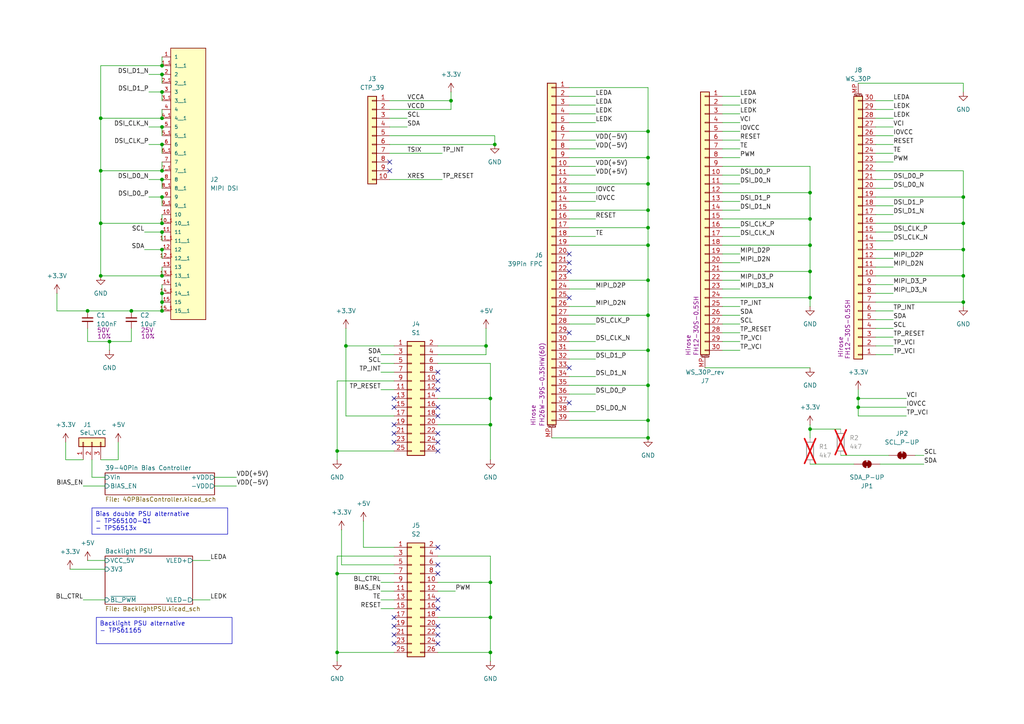
<source format=kicad_sch>
(kicad_sch (version 20250114) (generator "eeschema") (generator_version "9.0")
  (paper "A4")
  (title_block (title "ESP32P4 Adapter Board") (date "2025-09-01") (rev "Proto A") (company "Martin Roger") (comment 1 "https://github.com/martinroger/VXDash"))
  (lib_symbols
    (symbol "Connector_Generic:Conn_01x03" (pin_names (offset 1.016) (hide yes))
      (property "Reference" "J" (at 0 5.08 0))
      (property "Value" "Conn_01x03" (at 0 -5.08 0))
      (symbol "Conn_01x03_1_1"
        (pin passive line (at -5.08 2.54 0) (length 3.81) (name "Pin_1") (number "1"))
        (pin passive line (at -5.08 0 0) (length 3.81) (name "Pin_2") (number "2"))
        (pin passive line (at -5.08 -2.54 0) (length 3.81) (name "Pin_3") (number "3"))
      )
    )
    (symbol "Connector_Generic:Conn_01x10" (pin_names (offset 1.016) (hide yes))
      (property "Reference" "J" (at 0 12.7 0))
      (property "Value" "Conn_01x10" (at 0 -15.24 0))
      (symbol "Conn_01x10_1_1"
        (pin passive line (at -5.08 10.16 0) (length 3.81) (name "Pin_1") (number "1"))
        (pin passive line (at -5.08 7.62 0) (length 3.81) (name "Pin_2") (number "2"))
        (pin passive line (at -5.08 5.08 0) (length 3.81) (name "Pin_3") (number "3"))
        (pin passive line (at -5.08 2.54 0) (length 3.81) (name "Pin_4") (number "4"))
        (pin passive line (at -5.08 0 0) (length 3.81) (name "Pin_5") (number "5"))
        (pin passive line (at -5.08 -2.54 0) (length 3.81) (name "Pin_6") (number "6"))
        (pin passive line (at -5.08 -5.08 0) (length 3.81) (name "Pin_7") (number "7"))
        (pin passive line (at -5.08 -7.62 0) (length 3.81) (name "Pin_8") (number "8"))
        (pin passive line (at -5.08 -10.16 0) (length 3.81) (name "Pin_9") (number "9"))
        (pin passive line (at -5.08 -12.7 0) (length 3.81) (name "Pin_10") (number "10"))
      )
    )
    (symbol "Connector_Generic:Conn_02x13_Odd_Even" (pin_names (offset 1.016) (hide yes))
      (property "Reference" "J" (at 1.27 17.78 0))
      (property "Value" "Conn_02x13_Odd_Even" (at 1.27 -17.78 0))
      (symbol "Conn_02x13_Odd_Even_1_1"
        (pin passive line (at -5.08 15.24 0) (length 3.81) (name "Pin_1") (number "1"))
        (pin passive line (at -5.08 12.7 0) (length 3.81) (name "Pin_3") (number "3"))
        (pin passive line (at -5.08 10.16 0) (length 3.81) (name "Pin_5") (number "5"))
        (pin passive line (at -5.08 7.62 0) (length 3.81) (name "Pin_7") (number "7"))
        (pin passive line (at -5.08 5.08 0) (length 3.81) (name "Pin_9") (number "9"))
        (pin passive line (at -5.08 2.54 0) (length 3.81) (name "Pin_11") (number "11"))
        (pin passive line (at -5.08 0 0) (length 3.81) (name "Pin_13") (number "13"))
        (pin passive line (at -5.08 -2.54 0) (length 3.81) (name "Pin_15") (number "15"))
        (pin passive line (at -5.08 -5.08 0) (length 3.81) (name "Pin_17") (number "17"))
        (pin passive line (at -5.08 -7.62 0) (length 3.81) (name "Pin_19") (number "19"))
        (pin passive line (at -5.08 -10.16 0) (length 3.81) (name "Pin_21") (number "21"))
        (pin passive line (at -5.08 -12.7 0) (length 3.81) (name "Pin_23") (number "23"))
        (pin passive line (at -5.08 -15.24 0) (length 3.81) (name "Pin_25") (number "25"))
        (pin passive line (at 7.62 15.24 180) (length 3.81) (name "Pin_2") (number "2"))
        (pin passive line (at 7.62 12.7 180) (length 3.81) (name "Pin_4") (number "4"))
        (pin passive line (at 7.62 10.16 180) (length 3.81) (name "Pin_6") (number "6"))
        (pin passive line (at 7.62 7.62 180) (length 3.81) (name "Pin_8") (number "8"))
        (pin passive line (at 7.62 5.08 180) (length 3.81) (name "Pin_10") (number "10"))
        (pin passive line (at 7.62 2.54 180) (length 3.81) (name "Pin_12") (number "12"))
        (pin passive line (at 7.62 0 180) (length 3.81) (name "Pin_14") (number "14"))
        (pin passive line (at 7.62 -2.54 180) (length 3.81) (name "Pin_16") (number "16"))
        (pin passive line (at 7.62 -5.08 180) (length 3.81) (name "Pin_18") (number "18"))
        (pin passive line (at 7.62 -7.62 180) (length 3.81) (name "Pin_20") (number "20"))
        (pin passive line (at 7.62 -10.16 180) (length 3.81) (name "Pin_22") (number "22"))
        (pin passive line (at 7.62 -12.7 180) (length 3.81) (name "Pin_24") (number "24"))
        (pin passive line (at 7.62 -15.24 180) (length 3.81) (name "Pin_26") (number "26"))
      )
    )
    (symbol "Connector_Generic_MountingPin:Conn_01x30_MountingPin" (pin_names (offset 1.016) (hide yes))
      (property "Reference" "J" (at 0 38.1 0))
      (property "Value" "Conn_01x30_MountingPin" (at 1.27 -40.64 0))
      (symbol "Conn_01x30_MountingPin_1_1"
        (text "Mounting" (at 0 -39.751 0) (effects (font (size 0.381 0.381))))
        (pin passive line (at -5.08 35.56 0) (length 3.81) (name "Pin_1") (number "1"))
        (pin passive line (at -5.08 33.02 0) (length 3.81) (name "Pin_2") (number "2"))
        (pin passive line (at -5.08 30.48 0) (length 3.81) (name "Pin_3") (number "3"))
        (pin passive line (at -5.08 27.94 0) (length 3.81) (name "Pin_4") (number "4"))
        (pin passive line (at -5.08 25.4 0) (length 3.81) (name "Pin_5") (number "5"))
        (pin passive line (at -5.08 22.86 0) (length 3.81) (name "Pin_6") (number "6"))
        (pin passive line (at -5.08 20.32 0) (length 3.81) (name "Pin_7") (number "7"))
        (pin passive line (at -5.08 17.78 0) (length 3.81) (name "Pin_8") (number "8"))
        (pin passive line (at -5.08 15.24 0) (length 3.81) (name "Pin_9") (number "9"))
        (pin passive line (at -5.08 12.7 0) (length 3.81) (name "Pin_10") (number "10"))
        (pin passive line (at -5.08 10.16 0) (length 3.81) (name "Pin_11") (number "11"))
        (pin passive line (at -5.08 7.62 0) (length 3.81) (name "Pin_12") (number "12"))
        (pin passive line (at -5.08 5.08 0) (length 3.81) (name "Pin_13") (number "13"))
        (pin passive line (at -5.08 2.54 0) (length 3.81) (name "Pin_14") (number "14"))
        (pin passive line (at -5.08 0 0) (length 3.81) (name "Pin_15") (number "15"))
        (pin passive line (at -5.08 -2.54 0) (length 3.81) (name "Pin_16") (number "16"))
        (pin passive line (at -5.08 -5.08 0) (length 3.81) (name "Pin_17") (number "17"))
        (pin passive line (at -5.08 -7.62 0) (length 3.81) (name "Pin_18") (number "18"))
        (pin passive line (at -5.08 -10.16 0) (length 3.81) (name "Pin_19") (number "19"))
        (pin passive line (at -5.08 -12.7 0) (length 3.81) (name "Pin_20") (number "20"))
        (pin passive line (at -5.08 -15.24 0) (length 3.81) (name "Pin_21") (number "21"))
        (pin passive line (at -5.08 -17.78 0) (length 3.81) (name "Pin_22") (number "22"))
        (pin passive line (at -5.08 -20.32 0) (length 3.81) (name "Pin_23") (number "23"))
        (pin passive line (at -5.08 -22.86 0) (length 3.81) (name "Pin_24") (number "24"))
        (pin passive line (at -5.08 -25.4 0) (length 3.81) (name "Pin_25") (number "25"))
        (pin passive line (at -5.08 -27.94 0) (length 3.81) (name "Pin_26") (number "26"))
        (pin passive line (at -5.08 -30.48 0) (length 3.81) (name "Pin_27") (number "27"))
        (pin passive line (at -5.08 -33.02 0) (length 3.81) (name "Pin_28") (number "28"))
        (pin passive line (at -5.08 -35.56 0) (length 3.81) (name "Pin_29") (number "29"))
        (pin passive line (at -5.08 -38.1 0) (length 3.81) (name "Pin_30") (number "30"))
        (pin passive line (at 0 -43.18 90) (length 3.048) (name "MountPin") (number "MP"))
      )
    )
    (symbol "Connector_Generic_MountingPin:Conn_01x39_MountingPin" (pin_names (offset 1.016) (hide yes))
      (property "Reference" "J" (at 0 50.8 0))
      (property "Value" "Conn_01x39_MountingPin" (at 1.27 -50.8 0))
      (symbol "Conn_01x39_MountingPin_1_1"
        (text "Mounting" (at 0 -49.911 0) (effects (font (size 0.381 0.381))))
        (pin passive line (at -5.08 48.26 0) (length 3.81) (name "Pin_1") (number "1"))
        (pin passive line (at -5.08 45.72 0) (length 3.81) (name "Pin_2") (number "2"))
        (pin passive line (at -5.08 43.18 0) (length 3.81) (name "Pin_3") (number "3"))
        (pin passive line (at -5.08 40.64 0) (length 3.81) (name "Pin_4") (number "4"))
        (pin passive line (at -5.08 38.1 0) (length 3.81) (name "Pin_5") (number "5"))
        (pin passive line (at -5.08 35.56 0) (length 3.81) (name "Pin_6") (number "6"))
        (pin passive line (at -5.08 33.02 0) (length 3.81) (name "Pin_7") (number "7"))
        (pin passive line (at -5.08 30.48 0) (length 3.81) (name "Pin_8") (number "8"))
        (pin passive line (at -5.08 27.94 0) (length 3.81) (name "Pin_9") (number "9"))
        (pin passive line (at -5.08 25.4 0) (length 3.81) (name "Pin_10") (number "10"))
        (pin passive line (at -5.08 22.86 0) (length 3.81) (name "Pin_11") (number "11"))
        (pin passive line (at -5.08 20.32 0) (length 3.81) (name "Pin_12") (number "12"))
        (pin passive line (at -5.08 17.78 0) (length 3.81) (name "Pin_13") (number "13"))
        (pin passive line (at -5.08 15.24 0) (length 3.81) (name "Pin_14") (number "14"))
        (pin passive line (at -5.08 12.7 0) (length 3.81) (name "Pin_15") (number "15"))
        (pin passive line (at -5.08 10.16 0) (length 3.81) (name "Pin_16") (number "16"))
        (pin passive line (at -5.08 7.62 0) (length 3.81) (name "Pin_17") (number "17"))
        (pin passive line (at -5.08 5.08 0) (length 3.81) (name "Pin_18") (number "18"))
        (pin passive line (at -5.08 2.54 0) (length 3.81) (name "Pin_19") (number "19"))
        (pin passive line (at -5.08 0 0) (length 3.81) (name "Pin_20") (number "20"))
        (pin passive line (at -5.08 -2.54 0) (length 3.81) (name "Pin_21") (number "21"))
        (pin passive line (at -5.08 -5.08 0) (length 3.81) (name "Pin_22") (number "22"))
        (pin passive line (at -5.08 -7.62 0) (length 3.81) (name "Pin_23") (number "23"))
        (pin passive line (at -5.08 -10.16 0) (length 3.81) (name "Pin_24") (number "24"))
        (pin passive line (at -5.08 -12.7 0) (length 3.81) (name "Pin_25") (number "25"))
        (pin passive line (at -5.08 -15.24 0) (length 3.81) (name "Pin_26") (number "26"))
        (pin passive line (at -5.08 -17.78 0) (length 3.81) (name "Pin_27") (number "27"))
        (pin passive line (at -5.08 -20.32 0) (length 3.81) (name "Pin_28") (number "28"))
        (pin passive line (at -5.08 -22.86 0) (length 3.81) (name "Pin_29") (number "29"))
        (pin passive line (at -5.08 -25.4 0) (length 3.81) (name "Pin_30") (number "30"))
        (pin passive line (at -5.08 -27.94 0) (length 3.81) (name "Pin_31") (number "31"))
        (pin passive line (at -5.08 -30.48 0) (length 3.81) (name "Pin_32") (number "32"))
        (pin passive line (at -5.08 -33.02 0) (length 3.81) (name "Pin_33") (number "33"))
        (pin passive line (at -5.08 -35.56 0) (length 3.81) (name "Pin_34") (number "34"))
        (pin passive line (at -5.08 -38.1 0) (length 3.81) (name "Pin_35") (number "35"))
        (pin passive line (at -5.08 -40.64 0) (length 3.81) (name "Pin_36") (number "36"))
        (pin passive line (at -5.08 -43.18 0) (length 3.81) (name "Pin_37") (number "37"))
        (pin passive line (at -5.08 -45.72 0) (length 3.81) (name "Pin_38") (number "38"))
        (pin passive line (at -5.08 -48.26 0) (length 3.81) (name "Pin_39") (number "39"))
        (pin passive line (at 0 -53.34 90) (length 3.048) (name "MountPin") (number "MP"))
      )
    )
    (symbol "Device:C_Small" (pin_numbers (hide yes)) (pin_names (offset 0.254) (hide yes))
      (property "Reference" "C" (at 0.254 1.778 0))
      (property "Value" "C_Small" (at 0.254 -2.032 0))
      (symbol "C_Small_1_1"
        (pin passive line (at 0 2.54 270) (length 2.032) (name "~") (number "1"))
        (pin passive line (at 0 -2.54 90) (length 2.032) (name "~") (number "2"))
      )
    )
    (symbol "Jumper:SolderJumper_2_Bridged" (pin_numbers (hide yes)) (pin_names (offset 0) (hide yes)) (exclude_from_sim yes) (in_bom no)
      (property "Reference" "JP" (at 0 2.032 0))
      (property "Value" "SolderJumper_2_Bridged" (at 0 -2.54 0))
      (symbol "SolderJumper_2_Bridged_1_1"
        (pin passive line (at -3.81 0 0) (length 2.54) (name "A") (number "1"))
        (pin passive line (at 3.81 0 180) (length 2.54) (name "B") (number "2"))
      )
    )
    (symbol "VXDash_connectors:1-1734248-5" (pin_names (offset 1.016))
      (property "Reference" "J" (at -5.08 20.955 0))
      (property "Value" "1-1734248-5" (at -5.08 -60.96 0))
      (symbol "1-1734248-5_0_0"
        (pin passive line (at -7.62 17.78 0) (length 2.54) (name "1") (number "1"))
        (pin passive line (at -7.62 15.24 0) (length 2.54) (name "1__1") (number "1_1"))
        (pin passive line (at -7.62 12.7 0) (length 2.54) (name "2") (number "2"))
        (pin passive line (at -7.62 10.16 0) (length 2.54) (name "2__1") (number "2_1"))
        (pin passive line (at -7.62 7.62 0) (length 2.54) (name "3") (number "3"))
        (pin passive line (at -7.62 5.08 0) (length 2.54) (name "3__1") (number "3_1"))
        (pin passive line (at -7.62 2.54 0) (length 2.54) (name "4") (number "4"))
        (pin passive line (at -7.62 0 0) (length 2.54) (name "4__1") (number "4_1"))
        (pin passive line (at -7.62 -2.54 0) (length 2.54) (name "5") (number "5"))
        (pin passive line (at -7.62 -5.08 0) (length 2.54) (name "5__1") (number "5_1"))
        (pin passive line (at -7.62 -7.62 0) (length 2.54) (name "6") (number "6"))
        (pin passive line (at -7.62 -10.16 0) (length 2.54) (name "6__1") (number "6_1"))
        (pin passive line (at -7.62 -12.7 0) (length 2.54) (name "7") (number "7"))
        (pin passive line (at -7.62 -15.24 0) (length 2.54) (name "7__1") (number "7_1"))
        (pin passive line (at -7.62 -17.78 0) (length 2.54) (name "8") (number "8"))
        (pin passive line (at -7.62 -20.32 0) (length 2.54) (name "8__1") (number "8_1"))
        (pin passive line (at -7.62 -22.86 0) (length 2.54) (name "9") (number "9"))
        (pin passive line (at -7.62 -25.4 0) (length 2.54) (name "9__1") (number "9_1"))
        (pin passive line (at -7.62 -27.94 0) (length 2.54) (name "10") (number "10"))
        (pin passive line (at -7.62 -30.48 0) (length 2.54) (name "10__1") (number "10_1"))
        (pin passive line (at -7.62 -33.02 0) (length 2.54) (name "11") (number "11"))
        (pin passive line (at -7.62 -35.56 0) (length 2.54) (name "11__1") (number "11_1"))
        (pin passive line (at -7.62 -38.1 0) (length 2.54) (name "12") (number "12"))
        (pin passive line (at -7.62 -40.64 0) (length 2.54) (name "12__1") (number "12_1"))
        (pin passive line (at -7.62 -43.18 0) (length 2.54) (name "13") (number "13"))
        (pin passive line (at -7.62 -45.72 0) (length 2.54) (name "13__1") (number "13_1"))
        (pin passive line (at -7.62 -48.26 0) (length 2.54) (name "14") (number "14"))
        (pin passive line (at -7.62 -50.8 0) (length 2.54) (name "14__1") (number "14_1"))
        (pin passive line (at -7.62 -53.34 0) (length 2.54) (name "15") (number "15"))
        (pin passive line (at -7.62 -55.88 0) (length 2.54) (name "15__1") (number "15_1"))
      )
    )
    (symbol "VXDash_passives:Res" (pin_numbers (hide yes)) (pin_names (offset 0))
      (property "Reference" "R" (at 1.27 1.27 0))
      (property "Value" "Res" (at 1.27 -1.27 0))
      (symbol "Res_1_1"
        (pin passive line (at 0 3.81 270) (length 1.27) (name "~") (number "1"))
        (pin passive line (at 0 -3.81 90) (length 1.27) (name "~") (number "2"))
      )
    )
    (symbol "power:+3.3V" (power) (pin_numbers (hide yes)) (pin_names (offset 0) (hide yes))
      (property "Value" "+3.3V" (at 0 3.556 0))
      (symbol "+3.3V_1_1"
        (pin power_in line (at 0 0 90) (length 0) (name "~") (number "1"))
      )
    )
    (symbol "power:+5V" (power) (pin_numbers (hide yes)) (pin_names (offset 0) (hide yes))
      (property "Value" "+5V" (at 0 3.556 0))
      (symbol "+5V_1_1"
        (pin power_in line (at 0 0 90) (length 0) (name "~") (number "1"))
      )
    )
    (symbol "power:GND" (power) (pin_numbers (hide yes)) (pin_names (offset 0) (hide yes))
      (property "Value" "GND" (at 0 -3.81 0))
      (symbol "GND_1_1"
        (pin power_in line (at 0 0 270) (length 0) (name "~") (number "1"))
      )
    )
  )
  (text_box "Bias double PSU alternative\n- TPS65100-Q1\n- TPS6513x" (at 26.67 147.32 0) (size 39.37 7.62) (margins 0.9525 0.9525 0.9525 0.9525) (effects (font (size 1.27 1.27)) (justify left top)))
  (text_box "Backlight PSU alternative\n- TPS61165" (at 27.94 179.07 0) (size 39.37 7.62) (margins 0.9525 0.9525 0.9525 0.9525) (effects (font (size 1.27 1.27)) (justify left top)))
  (junction (at 142.24 179.07))
  (junction (at 142.24 168.91))
  (junction (at 234.95 86.36))
  (junction (at 25.4 90.17))
  (junction (at 100.33 100.33))
  (junction (at 234.95 63.5))
  (junction (at 46.99 57.15))
  (junction (at 187.96 60.96))
  (junction (at 46.99 21.59))
  (junction (at 187.96 53.34))
  (junction (at 234.95 78.74))
  (junction (at 46.99 49.53))
  (junction (at 142.24 123.19))
  (junction (at 142.24 189.23))
  (junction (at 279.4 57.15))
  (junction (at 29.21 34.29))
  (junction (at 29.21 64.77))
  (junction (at 46.99 26.67))
  (junction (at 46.99 41.91))
  (junction (at 234.95 55.88))
  (junction (at 279.4 87.63))
  (junction (at 279.4 64.77))
  (junction (at 187.96 71.12))
  (junction (at 97.79 189.23))
  (junction (at 187.96 101.6))
  (junction (at 187.96 127))
  (junction (at 46.99 34.29))
  (junction (at 29.21 80.01))
  (junction (at 279.4 72.39))
  (junction (at 248.92 115.57))
  (junction (at 38.1 90.17))
  (junction (at 187.96 81.28))
  (junction (at 46.99 36.83))
  (junction (at 248.92 118.11))
  (junction (at 279.4 80.01))
  (junction (at 142.24 115.57))
  (junction (at 31.75 99.06))
  (junction (at 46.99 87.63))
  (junction (at 97.79 130.81))
  (junction (at 46.99 52.07))
  (junction (at 140.97 100.33))
  (junction (at 46.99 72.39))
  (junction (at 234.95 124.46))
  (junction (at 46.99 80.01))
  (junction (at 234.95 71.12))
  (junction (at 97.79 166.37))
  (junction (at 46.99 67.31))
  (junction (at 46.99 90.17))
  (junction (at 187.96 45.72))
  (junction (at 143.51 41.91))
  (junction (at 187.96 91.44))
  (junction (at 130.81 29.21))
  (junction (at 46.99 64.77))
  (junction (at 187.96 121.92))
  (junction (at 29.21 49.53))
  (junction (at 187.96 111.76))
  (junction (at 46.99 85.09))
  (junction (at 46.99 19.05))
  (junction (at 187.96 38.1))
  (junction (at 187.96 66.04))
  (no_connect (at 113.03 49.53))
  (no_connect (at 165.1 106.68))
  (no_connect (at 127 118.11))
  (no_connect (at 127 113.03))
  (no_connect (at 165.1 78.74))
  (no_connect (at 127 158.75))
  (no_connect (at 127 163.83))
  (no_connect (at 127 125.73))
  (no_connect (at 127 176.53))
  (no_connect (at 165.1 73.66))
  (no_connect (at 114.3 128.27))
  (no_connect (at 114.3 118.11))
  (no_connect (at 127 186.69))
  (no_connect (at 165.1 116.84))
  (no_connect (at 114.3 186.69))
  (no_connect (at 127 107.95))
  (no_connect (at 127 130.81))
  (no_connect (at 165.1 96.52))
  (no_connect (at 127 128.27))
  (no_connect (at 114.3 125.73))
  (no_connect (at 127 120.65))
  (no_connect (at 114.3 184.15))
  (no_connect (at 127 184.15))
  (no_connect (at 114.3 179.07))
  (no_connect (at 165.1 86.36))
  (no_connect (at 165.1 76.2))
  (no_connect (at 114.3 123.19))
  (no_connect (at 113.03 46.99))
  (no_connect (at 127 110.49))
  (no_connect (at 114.3 181.61))
  (no_connect (at 114.3 115.57))
  (no_connect (at 127 166.37))
  (no_connect (at 127 173.99))
  (no_connect (at 127 181.61))
  (wire (pts (xy 43.18 57.15) (xy 46.99 57.15)))
  (wire (pts (xy 26.67 133.35) (xy 26.67 138.43)))
  (wire (pts (xy 142.24 115.57) (xy 142.24 123.19)))
  (wire (pts (xy 140.97 100.33) (xy 140.97 102.87)))
  (wire (pts (xy 187.96 71.12) (xy 187.96 81.28)))
  (wire (pts (xy 234.95 124.46) (xy 243.84 124.46)))
  (wire (pts (xy 209.55 86.36) (xy 234.95 86.36)))
  (wire (pts (xy 43.18 36.83) (xy 46.99 36.83)))
  (wire (pts (xy 142.24 168.91) (xy 142.24 179.07)))
  (wire (pts (xy 165.1 81.28) (xy 187.96 81.28)))
  (wire (pts (xy 97.79 161.29) (xy 97.79 166.37)))
  (wire (pts (xy 248.92 120.65) (xy 248.92 118.11)))
  (wire (pts (xy 254 74.93) (xy 259.08 74.93)))
  (wire (pts (xy 262.89 120.65) (xy 248.92 120.65)))
  (wire (pts (xy 62.23 140.97) (xy 68.58 140.97)))
  (wire (pts (xy 100.33 100.33) (xy 114.3 100.33)))
  (wire (pts (xy 254 87.63) (xy 279.4 87.63)))
  (wire (pts (xy 165.1 35.56) (xy 172.72 35.56)))
  (wire (pts (xy 114.3 120.65) (xy 100.33 120.65)))
  (wire (pts (xy 209.55 91.44) (xy 214.63 91.44)))
  (wire (pts (xy 254 80.01) (xy 279.4 80.01)))
  (wire (pts (xy 165.1 104.14) (xy 172.72 104.14)))
  (wire (pts (xy 187.96 66.04) (xy 187.96 71.12)))
  (wire (pts (xy 130.81 26.67) (xy 130.81 29.21)))
  (wire (pts (xy 279.4 80.01) (xy 279.4 87.63)))
  (wire (pts (xy 248.92 115.57) (xy 262.89 115.57)))
  (wire (pts (xy 127 179.07) (xy 142.24 179.07)))
  (wire (pts (xy 209.55 78.74) (xy 234.95 78.74)))
  (wire (pts (xy 110.49 107.95) (xy 114.3 107.95)))
  (wire (pts (xy 209.55 60.96) (xy 214.63 60.96)))
  (wire (pts (xy 209.55 71.12) (xy 234.95 71.12)))
  (wire (pts (xy 254 41.91) (xy 259.08 41.91)))
  (wire (pts (xy 209.55 55.88) (xy 234.95 55.88)))
  (wire (pts (xy 46.99 19.05) (xy 29.21 19.05)))
  (wire (pts (xy 113.03 52.07) (xy 128.27 52.07)))
  (wire (pts (xy 46.99 57.15) (xy 46.99 59.69)))
  (wire (pts (xy 187.96 111.76) (xy 187.96 121.92)))
  (wire (pts (xy 209.55 93.98) (xy 214.63 93.98)))
  (wire (pts (xy 43.18 41.91) (xy 46.99 41.91)))
  (wire (pts (xy 46.99 77.47) (xy 46.99 80.01)))
  (wire (pts (xy 25.4 90.17) (xy 38.1 90.17)))
  (wire (pts (xy 209.55 63.5) (xy 234.95 63.5)))
  (wire (pts (xy 248.92 113.03) (xy 248.92 115.57)))
  (wire (pts (xy 16.51 85.09) (xy 16.51 90.17)))
  (wire (pts (xy 165.1 55.88) (xy 172.72 55.88)))
  (wire (pts (xy 127 123.19) (xy 142.24 123.19)))
  (wire (pts (xy 29.21 133.35) (xy 34.29 133.35)))
  (wire (pts (xy 127 168.91) (xy 142.24 168.91)))
  (wire (pts (xy 165.1 40.64) (xy 172.72 40.64)))
  (wire (pts (xy 142.24 189.23) (xy 142.24 191.77)))
  (wire (pts (xy 279.4 64.77) (xy 279.4 72.39)))
  (wire (pts (xy 209.55 30.48) (xy 214.63 30.48)))
  (wire (pts (xy 234.95 123.19) (xy 234.95 124.46)))
  (wire (pts (xy 43.18 21.59) (xy 46.99 21.59)))
  (wire (pts (xy 234.95 55.88) (xy 234.95 63.5)))
  (wire (pts (xy 254 46.99) (xy 259.08 46.99)))
  (wire (pts (xy 46.99 16.51) (xy 46.99 19.05)))
  (wire (pts (xy 31.75 99.06) (xy 38.1 99.06)))
  (wire (pts (xy 24.13 140.97) (xy 30.48 140.97)))
  (wire (pts (xy 114.3 158.75) (xy 105.41 158.75)))
  (wire (pts (xy 41.91 72.39) (xy 46.99 72.39)))
  (wire (pts (xy 209.55 35.56) (xy 214.63 35.56)))
  (wire (pts (xy 19.05 133.35) (xy 24.13 133.35)))
  (wire (pts (xy 234.95 48.26) (xy 234.95 55.88)))
  (wire (pts (xy 234.95 134.62) (xy 247.65 134.62)))
  (wire (pts (xy 187.96 60.96) (xy 187.96 66.04)))
  (wire (pts (xy 165.1 68.58) (xy 172.72 68.58)))
  (wire (pts (xy 142.24 179.07) (xy 142.24 189.23)))
  (wire (pts (xy 165.1 25.4) (xy 187.96 25.4)))
  (wire (pts (xy 209.55 76.2) (xy 214.63 76.2)))
  (wire (pts (xy 114.3 189.23) (xy 97.79 189.23)))
  (wire (pts (xy 110.49 173.99) (xy 114.3 173.99)))
  (wire (pts (xy 46.99 46.99) (xy 46.99 49.53)))
  (wire (pts (xy 209.55 53.34) (xy 214.63 53.34)))
  (wire (pts (xy 100.33 120.65) (xy 100.33 100.33)))
  (wire (pts (xy 165.1 109.22) (xy 172.72 109.22)))
  (wire (pts (xy 279.4 49.53) (xy 279.4 57.15)))
  (wire (pts (xy 46.99 52.07) (xy 46.99 54.61)))
  (wire (pts (xy 29.21 34.29) (xy 29.21 49.53)))
  (wire (pts (xy 43.18 26.67) (xy 46.99 26.67)))
  (wire (pts (xy 209.55 27.94) (xy 214.63 27.94)))
  (wire (pts (xy 209.55 58.42) (xy 214.63 58.42)))
  (wire (pts (xy 209.55 81.28) (xy 214.63 81.28)))
  (wire (pts (xy 165.1 58.42) (xy 172.72 58.42)))
  (wire (pts (xy 254 97.79) (xy 259.08 97.79)))
  (wire (pts (xy 254 85.09) (xy 259.08 85.09)))
  (wire (pts (xy 55.88 173.99) (xy 60.96 173.99)))
  (wire (pts (xy 165.1 88.9) (xy 172.72 88.9)))
  (wire (pts (xy 46.99 62.23) (xy 46.99 64.77)))
  (wire (pts (xy 165.1 83.82) (xy 172.72 83.82)))
  (wire (pts (xy 127 105.41) (xy 142.24 105.41)))
  (wire (pts (xy 234.95 71.12) (xy 234.95 78.74)))
  (wire (pts (xy 110.49 168.91) (xy 114.3 168.91)))
  (wire (pts (xy 113.03 36.83) (xy 118.11 36.83)))
  (wire (pts (xy 209.55 45.72) (xy 214.63 45.72)))
  (wire (pts (xy 209.55 88.9) (xy 214.63 88.9)))
  (wire (pts (xy 254 77.47) (xy 259.08 77.47)))
  (wire (pts (xy 209.55 101.6) (xy 214.63 101.6)))
  (wire (pts (xy 140.97 102.87) (xy 127 102.87)))
  (wire (pts (xy 254 31.75) (xy 259.08 31.75)))
  (wire (pts (xy 165.1 121.92) (xy 187.96 121.92)))
  (wire (pts (xy 254 57.15) (xy 279.4 57.15)))
  (wire (pts (xy 165.1 60.96) (xy 187.96 60.96)))
  (wire (pts (xy 113.03 39.37) (xy 143.51 39.37)))
  (wire (pts (xy 26.67 138.43) (xy 30.48 138.43)))
  (wire (pts (xy 187.96 121.92) (xy 187.96 127)))
  (wire (pts (xy 25.4 95.25) (xy 25.4 99.06)))
  (wire (pts (xy 99.06 163.83) (xy 114.3 163.83)))
  (wire (pts (xy 140.97 95.25) (xy 140.97 100.33)))
  (wire (pts (xy 209.55 43.18) (xy 214.63 43.18)))
  (wire (pts (xy 254 72.39) (xy 279.4 72.39)))
  (wire (pts (xy 97.79 110.49) (xy 97.79 130.81)))
  (wire (pts (xy 29.21 19.05) (xy 29.21 34.29)))
  (wire (pts (xy 265.43 132.08) (xy 267.97 132.08)))
  (wire (pts (xy 254 44.45) (xy 259.08 44.45)))
  (wire (pts (xy 97.79 189.23) (xy 97.79 191.77)))
  (wire (pts (xy 113.03 34.29) (xy 118.11 34.29)))
  (wire (pts (xy 165.1 53.34) (xy 187.96 53.34)))
  (wire (pts (xy 165.1 38.1) (xy 187.96 38.1)))
  (wire (pts (xy 254 67.31) (xy 259.08 67.31)))
  (wire (pts (xy 43.18 52.07) (xy 46.99 52.07)))
  (wire (pts (xy 254 82.55) (xy 259.08 82.55)))
  (wire (pts (xy 165.1 33.02) (xy 172.72 33.02)))
  (wire (pts (xy 46.99 85.09) (xy 46.99 87.63)))
  (wire (pts (xy 254 36.83) (xy 259.08 36.83)))
  (wire (pts (xy 113.03 29.21) (xy 130.81 29.21)))
  (wire (pts (xy 114.3 166.37) (xy 97.79 166.37)))
  (wire (pts (xy 165.1 66.04) (xy 187.96 66.04)))
  (wire (pts (xy 46.99 87.63) (xy 46.99 90.17)))
  (wire (pts (xy 187.96 81.28) (xy 187.96 91.44)))
  (wire (pts (xy 209.55 99.06) (xy 214.63 99.06)))
  (wire (pts (xy 254 100.33) (xy 259.08 100.33)))
  (wire (pts (xy 279.4 87.63) (xy 279.4 88.9)))
  (wire (pts (xy 29.21 49.53) (xy 29.21 64.77)))
  (wire (pts (xy 46.99 21.59) (xy 46.99 24.13)))
  (wire (pts (xy 165.1 45.72) (xy 187.96 45.72)))
  (wire (pts (xy 31.75 99.06) (xy 31.75 101.6)))
  (wire (pts (xy 113.03 31.75) (xy 130.81 31.75)))
  (wire (pts (xy 46.99 82.55) (xy 46.99 85.09)))
  (wire (pts (xy 114.3 130.81) (xy 97.79 130.81)))
  (wire (pts (xy 187.96 101.6) (xy 187.96 111.76)))
  (wire (pts (xy 187.96 45.72) (xy 187.96 53.34)))
  (wire (pts (xy 187.96 25.4) (xy 187.96 38.1)))
  (wire (pts (xy 165.1 27.94) (xy 172.72 27.94)))
  (wire (pts (xy 114.3 161.29) (xy 97.79 161.29)))
  (wire (pts (xy 46.99 31.75) (xy 46.99 34.29)))
  (wire (pts (xy 19.05 128.27) (xy 19.05 133.35)))
  (wire (pts (xy 113.03 44.45) (xy 128.27 44.45)))
  (wire (pts (xy 34.29 133.35) (xy 34.29 128.27)))
  (wire (pts (xy 248.92 24.13) (xy 279.4 24.13)))
  (wire (pts (xy 209.55 50.8) (xy 214.63 50.8)))
  (wire (pts (xy 97.79 166.37) (xy 97.79 189.23)))
  (wire (pts (xy 29.21 49.53) (xy 46.99 49.53)))
  (wire (pts (xy 234.95 86.36) (xy 234.95 88.9)))
  (wire (pts (xy 234.95 78.74) (xy 234.95 86.36)))
  (wire (pts (xy 165.1 30.48) (xy 172.72 30.48)))
  (wire (pts (xy 110.49 113.03) (xy 114.3 113.03)))
  (wire (pts (xy 279.4 24.13) (xy 279.4 26.67)))
  (wire (pts (xy 46.99 36.83) (xy 46.99 39.37)))
  (wire (pts (xy 143.51 39.37) (xy 143.51 41.91)))
  (wire (pts (xy 142.24 161.29) (xy 142.24 168.91)))
  (wire (pts (xy 209.55 33.02) (xy 214.63 33.02)))
  (wire (pts (xy 234.95 124.46) (xy 234.95 127)))
  (wire (pts (xy 254 34.29) (xy 259.08 34.29)))
  (wire (pts (xy 254 54.61) (xy 259.08 54.61)))
  (wire (pts (xy 127 171.45) (xy 132.08 171.45)))
  (wire (pts (xy 97.79 130.81) (xy 97.79 133.35)))
  (wire (pts (xy 165.1 114.3) (xy 172.72 114.3)))
  (wire (pts (xy 279.4 72.39) (xy 279.4 80.01)))
  (wire (pts (xy 187.96 38.1) (xy 187.96 45.72)))
  (wire (pts (xy 254 69.85) (xy 259.08 69.85)))
  (wire (pts (xy 46.99 72.39) (xy 46.99 74.93)))
  (wire (pts (xy 99.06 163.83) (xy 99.06 153.67)))
  (wire (pts (xy 254 62.23) (xy 259.08 62.23)))
  (wire (pts (xy 46.99 67.31) (xy 46.99 69.85)))
  (wire (pts (xy 114.3 110.49) (xy 97.79 110.49)))
  (wire (pts (xy 279.4 57.15) (xy 279.4 64.77)))
  (wire (pts (xy 127 100.33) (xy 140.97 100.33)))
  (wire (pts (xy 127 115.57) (xy 142.24 115.57)))
  (wire (pts (xy 254 92.71) (xy 259.08 92.71)))
  (wire (pts (xy 187.96 91.44) (xy 187.96 101.6)))
  (wire (pts (xy 165.1 50.8) (xy 172.72 50.8)))
  (wire (pts (xy 165.1 111.76) (xy 187.96 111.76)))
  (wire (pts (xy 209.55 73.66) (xy 214.63 73.66)))
  (wire (pts (xy 127 189.23) (xy 142.24 189.23)))
  (wire (pts (xy 38.1 95.25) (xy 38.1 99.06)))
  (wire (pts (xy 25.4 99.06) (xy 31.75 99.06)))
  (wire (pts (xy 25.4 162.56) (xy 30.48 162.56)))
  (wire (pts (xy 254 64.77) (xy 279.4 64.77)))
  (wire (pts (xy 105.41 158.75) (xy 105.41 151.13)))
  (wire (pts (xy 165.1 48.26) (xy 172.72 48.26)))
  (wire (pts (xy 165.1 101.6) (xy 187.96 101.6)))
  (wire (pts (xy 46.99 26.67) (xy 46.99 29.21)))
  (wire (pts (xy 55.88 162.56) (xy 60.96 162.56)))
  (wire (pts (xy 160.02 127) (xy 187.96 127)))
  (wire (pts (xy 29.21 64.77) (xy 29.21 80.01)))
  (wire (pts (xy 209.55 96.52) (xy 214.63 96.52)))
  (wire (pts (xy 254 59.69) (xy 259.08 59.69)))
  (wire (pts (xy 24.13 173.99) (xy 30.48 173.99)))
  (wire (pts (xy 209.55 66.04) (xy 214.63 66.04)))
  (wire (pts (xy 110.49 105.41) (xy 114.3 105.41)))
  (wire (pts (xy 254 39.37) (xy 259.08 39.37)))
  (wire (pts (xy 100.33 95.25) (xy 100.33 100.33)))
  (wire (pts (xy 209.55 48.26) (xy 234.95 48.26)))
  (wire (pts (xy 29.21 80.01) (xy 46.99 80.01)))
  (wire (pts (xy 209.55 40.64) (xy 214.63 40.64)))
  (wire (pts (xy 130.81 31.75) (xy 130.81 29.21)))
  (wire (pts (xy 254 102.87) (xy 259.08 102.87)))
  (wire (pts (xy 142.24 123.19) (xy 142.24 133.35)))
  (wire (pts (xy 165.1 91.44) (xy 187.96 91.44)))
  (wire (pts (xy 165.1 93.98) (xy 172.72 93.98)))
  (wire (pts (xy 243.84 132.08) (xy 257.81 132.08)))
  (wire (pts (xy 255.27 134.62) (xy 267.97 134.62)))
  (wire (pts (xy 165.1 43.18) (xy 172.72 43.18)))
  (wire (pts (xy 234.95 63.5) (xy 234.95 71.12)))
  (wire (pts (xy 46.99 41.91) (xy 46.99 44.45)))
  (wire (pts (xy 41.91 67.31) (xy 46.99 67.31)))
  (wire (pts (xy 16.51 90.17) (xy 25.4 90.17)))
  (wire (pts (xy 165.1 71.12) (xy 187.96 71.12)))
  (wire (pts (xy 165.1 99.06) (xy 172.72 99.06)))
  (wire (pts (xy 254 29.21) (xy 259.08 29.21)))
  (wire (pts (xy 254 90.17) (xy 259.08 90.17)))
  (wire (pts (xy 165.1 63.5) (xy 172.72 63.5)))
  (wire (pts (xy 110.49 102.87) (xy 114.3 102.87)))
  (wire (pts (xy 254 95.25) (xy 259.08 95.25)))
  (wire (pts (xy 262.89 118.11) (xy 248.92 118.11)))
  (wire (pts (xy 110.49 171.45) (xy 114.3 171.45)))
  (wire (pts (xy 62.23 138.43) (xy 68.58 138.43)))
  (wire (pts (xy 165.1 119.38) (xy 172.72 119.38)))
  (wire (pts (xy 204.47 106.68) (xy 234.95 106.68)))
  (wire (pts (xy 209.55 83.82) (xy 214.63 83.82)))
  (wire (pts (xy 46.99 34.29) (xy 29.21 34.29)))
  (wire (pts (xy 209.55 68.58) (xy 214.63 68.58)))
  (wire (pts (xy 127 161.29) (xy 142.24 161.29)))
  (wire (pts (xy 110.49 176.53) (xy 114.3 176.53)))
  (wire (pts (xy 29.21 64.77) (xy 46.99 64.77)))
  (wire (pts (xy 254 52.07) (xy 259.08 52.07)))
  (wire (pts (xy 142.24 105.41) (xy 142.24 115.57)))
  (wire (pts (xy 254 49.53) (xy 279.4 49.53)))
  (wire (pts (xy 209.55 38.1) (xy 214.63 38.1)))
  (wire (pts (xy 248.92 118.11) (xy 248.92 115.57)))
  (wire (pts (xy 20.32 165.1) (xy 30.48 165.1)))
  (wire (pts (xy 187.96 53.34) (xy 187.96 60.96)))
  (wire (pts (xy 38.1 90.17) (xy 46.99 90.17)))
  (wire (pts (xy 113.03 41.91) (xy 143.51 41.91)))
  (label "VCI" (at 214.63 35.56 0))
  (label "DSI_D1_N" (at 259.08 62.23 0))
  (label "RESET" (at 110.49 176.53 180))
  (label "TE" (at 172.72 68.58 0))
  (label "TP_INT" (at 128.27 44.45 0))
  (label "VCCA" (at 118.11 29.21 0))
  (label "SDA" (at 267.97 134.62 0))
  (label "DSI_CLK_N" (at 43.18 36.83 180))
  (label "DSI_D1_N" (at 43.18 21.59 180))
  (label "TP_VCI" (at 259.08 100.33 0))
  (label "LEDA" (at 214.63 27.94 0))
  (label "MIPI_D2N" (at 214.63 76.2 0))
  (label "IOVCC" (at 172.72 58.42 0))
  (label "SDA" (at 118.11 36.83 0))
  (label "VCI" (at 262.89 115.57 0))
  (label "VDD(+5V)" (at 68.58 138.43 0))
  (label "DSI_D0_N" (at 214.63 53.34 0))
  (label "TP_VCI" (at 214.63 101.6 0))
  (label "PWM" (at 259.08 46.99 0))
  (label "IOVCC" (at 259.08 39.37 0))
  (label "VCI" (at 259.08 36.83 0))
  (label "LEDK" (at 259.08 34.29 0))
  (label "SDA" (at 214.63 91.44 0))
  (label "DSI_CLK_P" (at 172.72 93.98 0))
  (label "TE" (at 110.49 173.99 180))
  (label "LEDK" (at 60.96 173.99 0))
  (label "MIPI_D3_N" (at 259.08 85.09 0))
  (label "BL_CTRL" (at 24.13 173.99 180))
  (label "MIPI_D2P" (at 172.72 83.82 0))
  (label "DSI_D0_P" (at 43.18 57.15 180))
  (label "DSI_CLK_P" (at 43.18 41.91 180))
  (label "SCL" (at 214.63 93.98 0))
  (label "DSI_CLK_P" (at 259.08 67.31 0))
  (label "DSI_CLK_N" (at 214.63 68.58 0))
  (label "MIPI_D2P" (at 259.08 74.93 0))
  (label "LEDA" (at 259.08 29.21 0))
  (label "DSI_CLK_N" (at 172.72 99.06 0))
  (label "DSI_CLK_N" (at 259.08 69.85 0))
  (label "IOVCC" (at 172.72 55.88 0))
  (label "DSI_CLK_P" (at 214.63 66.04 0))
  (label "TE" (at 214.63 43.18 0))
  (label "DSI_D1_P" (at 43.18 26.67 180))
  (label "MIPI_D2N" (at 259.08 77.47 0))
  (label "PWM" (at 214.63 45.72 0))
  (label "LEDK" (at 214.63 30.48 0))
  (label "LEDK" (at 214.63 33.02 0))
  (label "TP_RESET" (at 128.27 52.07 0))
  (label "MIPI_D2N" (at 172.72 88.9 0))
  (label "BIAS_EN" (at 24.13 140.97 180))
  (label "MIPI_D3_N" (at 214.63 83.82 0))
  (label "TSIX" (at 118.11 44.45 0))
  (label "DSI_D0_P" (at 259.08 52.07 0))
  (label "DSI_D0_N" (at 172.72 119.38 0))
  (label "DSI_D1_P" (at 259.08 59.69 0))
  (label "LEDK" (at 259.08 31.75 0))
  (label "TP_RESET" (at 214.63 96.52 0))
  (label "SCL" (at 267.97 132.08 0))
  (label "TP_VCI" (at 262.89 120.65 0))
  (label "VDD(-5V)" (at 68.58 140.97 0))
  (label "TP_VCI" (at 259.08 102.87 0))
  (label "TP_INT" (at 259.08 90.17 0))
  (label "DSI_D1_N" (at 214.63 60.96 0))
  (label "RESET" (at 259.08 41.91 0))
  (label "SDA" (at 110.49 102.87 180))
  (label "LEDA" (at 172.72 27.94 0))
  (label "TP_VCI" (at 214.63 99.06 0))
  (label "VDD(+5V)" (at 172.72 50.8 0))
  (label "SCL" (at 118.11 34.29 0))
  (label "SDA" (at 41.91 72.39 180))
  (label "RESET" (at 172.72 63.5 0))
  (label "DSI_D0_P" (at 214.63 50.8 0))
  (label "IOVCC" (at 262.89 118.11 0))
  (label "LEDA" (at 60.96 162.56 0))
  (label "VDD(-5V)" (at 172.72 43.18 0))
  (label "TP_RESET" (at 110.49 113.03 180))
  (label "VDD(-5V)" (at 172.72 40.64 0))
  (label "DSI_D1_P" (at 172.72 104.14 0))
  (label "LEDK" (at 172.72 33.02 0))
  (label "MIPI_D3_P" (at 214.63 81.28 0))
  (label "DSI_D1_N" (at 172.72 109.22 0))
  (label "XRES" (at 118.11 52.07 0))
  (label "IOVCC" (at 214.63 38.1 0))
  (label "PWM" (at 132.08 171.45 0))
  (label "SCL" (at 110.49 105.41 180))
  (label "TP_RESET" (at 259.08 97.79 0))
  (label "RESET" (at 214.63 40.64 0))
  (label "SCL" (at 259.08 95.25 0))
  (label "DSI_D0_N" (at 43.18 52.07 180))
  (label "BL_CTRL" (at 110.49 168.91 180))
  (label "DSI_D1_P" (at 214.63 58.42 0))
  (label "LEDK" (at 172.72 35.56 0))
  (label "MIPI_D2P" (at 214.63 73.66 0))
  (label "DSI_D0_N" (at 259.08 54.61 0))
  (label "DSI_D0_P" (at 172.72 114.3 0))
  (label "VCCD" (at 118.11 31.75 0))
  (label "TP_INT" (at 110.49 107.95 180))
  (label "SDA" (at 259.08 92.71 0))
  (label "BIAS_EN" (at 110.49 171.45 180))
  (label "LEDA" (at 172.72 30.48 0))
  (label "VDD(+5V)" (at 172.72 48.26 0))
  (label "TP_INT" (at 214.63 88.9 0))
  (label "SCL" (at 41.91 67.31 180))
  (label "TE" (at 259.08 44.45 0))
  (label "MIPI_D3_P" (at 259.08 82.55 0))
  (symbol (lib_id "Connector_Generic_MountingPin:Conn_01x30_MountingPin") (at 204.47 63.5 0) (mirror y) (unit 1)
    (property "Reference" "J7" (at 204.47 110.49 0))
    (property "Value" "WS_30P_rev" (at 204.47 107.95 0))
    (property "Footprint" "Connector_FFC-FPC:Hirose_FH12-30S-0.5SH_1x30-1MP_P0.50mm_Horizontal" (effects (hide yes)))
    (property "Description" "CONN FFC BOTTOM 30POS 0.5MM R/A" (effects (hide yes)))
    (property "MFT" "Hirose" (at 199.644 100.076 90))
    (property "MFT_PN" "FH12-30S-0.5SH" (at 201.93 94.488 90))
  )
  (symbol (lib_id "power:GND") (at 234.95 88.9 0) (unit 1)
    (property "Reference" "#PWR019" (effects (hide yes)))
    (property "Value" "GND" (at 234.95 93.98 0))
    (property "Description" "Power symbol creates a global label with name \"GND\" , ground" (effects (hide yes)))
  )
  (symbol (lib_id "Connector_Generic:Conn_01x03") (at 26.67 128.27 90) (unit 1)
    (property "Reference" "J1" (at 24.13 123.19 90) (effects (justify right)))
    (property "Value" "Sel_VCC" (at 23.114 125.476 90) (effects (justify right)))
    (property "Footprint" "Connector_PinHeader_2.54mm:PinHeader_1x03_P2.54mm_Vertical" (effects (hide yes)))
    (property "Description" "Generic connector, single row, 01x03, script generated (kicad-library-utils/schlib/autogen/connector/)" (effects (hide yes)))
  )
  (symbol (lib_id "power:GND") (at 279.4 26.67 0) (unit 1)
    (property "Reference" "#PWR023" (effects (hide yes)))
    (property "Value" "GND" (at 279.4 31.75 0))
    (property "Description" "Power symbol creates a global label with name \"GND\" , ground" (effects (hide yes)))
  )
  (symbol (lib_id "VXDash_passives:Res") (at 243.84 128.27 0) (unit 1) (in_bom no) (dnp yes)
    (property "Reference" "R2" (at 246.38 126.9999 0) (effects (justify left)))
    (property "Value" "4k7" (at 246.38 129.5399 0) (effects (justify left)))
    (property "Footprint" "Resistor_SMD:R_0603_1608Metric" (effects (hide yes)))
    (property "Description" "Resistor" (effects (hide yes)))
    (property "Tol" "1%" (effects (hide yes)))
    (property "Power" "100mW" (effects (hide yes)))
  )
  (symbol (lib_id "power:GND") (at 187.96 127 0) (unit 1)
    (property "Reference" "#PWR018" (effects (hide yes)))
    (property "Value" "GND" (at 187.96 132.08 0))
    (property "Description" "Power symbol creates a global label with name \"GND\" , ground" (effects (hide yes)))
  )
  (symbol (lib_id "power:+3.3V") (at 19.05 128.27 0) (unit 1)
    (property "Reference" "#PWR02" (effects (hide yes)))
    (property "Value" "+3.3V" (at 19.05 123.19 0))
    (property "Description" "Power symbol creates a global label with name \"+3.3V\"" (effects (hide yes)))
  )
  (symbol (lib_id "power:GND") (at 142.24 133.35 0) (unit 1)
    (property "Reference" "#PWR016" (effects (hide yes)))
    (property "Value" "GND" (at 142.24 138.43 0))
    (property "Description" "Power symbol creates a global label with name \"GND\" , ground" (effects (hide yes)))
  )
  (symbol (lib_id "power:GND") (at 97.79 191.77 0) (unit 1)
    (property "Reference" "#PWR09" (effects (hide yes)))
    (property "Value" "GND" (at 97.79 196.85 0))
    (property "Description" "Power symbol creates a global label with name \"GND\" , ground" (effects (hide yes)))
  )
  (symbol (lib_id "Connector_Generic:Conn_02x13_Odd_Even") (at 119.38 173.99 0) (unit 1)
    (property "Reference" "J5" (at 120.65 152.4 0))
    (property "Value" "S2" (at 120.65 154.94 0))
    (property "Footprint" "Connector_PinSocket_2.54mm:PinSocket_2x13_P2.54mm_Vertical" (effects (hide yes)))
    (property "Description" "Generic connector, double row, 02x13, odd/even pin numbering scheme (row 1 odd numbers, row 2 even numbers), script generated (kicad-library-utils/schlib/autogen/connector/)" (effects (hide yes)))
  )
  (symbol (lib_id "Jumper:SolderJumper_2_Bridged") (at 251.46 134.62 0) (mirror x) (unit 1) (exclude_from_sim yes) (in_bom no)
    (property "Reference" "JP1" (at 251.46 140.97 0))
    (property "Value" "SDA_P-UP" (at 251.46 138.43 0))
    (property "Footprint" "Jumper:SolderJumper-2_P1.3mm_Bridged_RoundedPad1.0x1.5mm" (effects (hide yes)))
    (property "Description" "Solder Jumper, 2-pole, closed/bridged" (effects (hide yes)))
  )
  (symbol (lib_id "power:GND") (at 279.4 88.9 0) (unit 1)
    (property "Reference" "#PWR024" (effects (hide yes)))
    (property "Value" "GND" (at 279.4 93.98 0))
    (property "Description" "Power symbol creates a global label with name \"GND\" , ground" (effects (hide yes)))
  )
  (symbol (lib_id "power:+3.3V") (at 130.81 26.67 0) (unit 1)
    (property "Reference" "#PWR015" (effects (hide yes)))
    (property "Value" "+3.3V" (at 130.81 21.59 0))
    (property "Description" "Power symbol creates a global label with name \"+3.3V\"" (effects (hide yes)))
  )
  (symbol (lib_id "power:GND") (at 31.75 101.6 0) (unit 1)
    (property "Reference" "#PWR06" (effects (hide yes)))
    (property "Value" "GND" (at 31.75 106.68 0))
    (property "Description" "Power symbol creates a global label with name \"GND\" , ground" (effects (hide yes)))
  )
  (symbol (lib_id "Connector_Generic:Conn_01x10") (at 107.95 39.37 0) (mirror y) (unit 1)
    (property "Reference" "J3" (at 107.95 22.86 0))
    (property "Value" "CTP_39" (at 107.95 25.4 0))
    (property "Description" "Generic connector, single row, 01x10, script generated (kicad-library-utils/schlib/autogen/connector/)" (effects (hide yes)))
  )
  (symbol (lib_id "power:GND") (at 97.79 133.35 0) (unit 1)
    (property "Reference" "#PWR08" (effects (hide yes)))
    (property "Value" "GND" (at 97.79 138.43 0))
    (property "Description" "Power symbol creates a global label with name \"GND\" , ground" (effects (hide yes)))
  )
  (symbol (lib_id "power:+3.3V") (at 16.51 85.09 0) (unit 1)
    (property "Reference" "#PWR039" (effects (hide yes)))
    (property "Value" "+3.3V" (at 16.51 80.01 0))
    (property "Description" "Power symbol creates a global label with name \"+3.3V\"" (effects (hide yes)))
  )
  (symbol (lib_id "Device:C_Small") (at 25.4 92.71 0) (unit 1)
    (property "Reference" "C1" (at 27.94 91.4462 0) (effects (justify left)))
    (property "Value" "100nF" (at 27.94 93.9862 0) (effects (justify left)))
    (property "Footprint" "Capacitor_SMD:C_0603_1608Metric_Pad1.08x0.95mm_HandSolder" (effects (hide yes)))
    (property "Description" "Unpolarized capacitor, small symbol" (effects (hide yes)))
    (property "Voltage" "50V" (at 29.972 95.758 0))
    (property "Tol" "10%" (at 30.226 97.536 0))
  )
  (symbol (lib_id "power:GND") (at 29.21 80.01 0) (unit 1)
    (property "Reference" "#PWR040" (effects (hide yes)))
    (property "Value" "GND" (at 29.21 85.09 0))
    (property "Description" "Power symbol creates a global label with name \"GND\" , ground" (effects (hide yes)))
  )
  (symbol (lib_id "power:+3.3V") (at 99.06 153.67 0) (unit 1)
    (property "Reference" "#PWR010" (effects (hide yes)))
    (property "Value" "+3.3V" (at 99.06 148.59 0))
    (property "Description" "Power symbol creates a global label with name \"+3.3V\"" (effects (hide yes)))
  )
  (symbol (lib_id "power:+3.3V") (at 100.33 95.25 0) (unit 1)
    (property "Reference" "#PWR011" (effects (hide yes)))
    (property "Value" "+3.3V" (at 100.33 90.17 0))
    (property "Description" "Power symbol creates a global label with name \"+3.3V\"" (effects (hide yes)))
  )
  (symbol (lib_id "power:+5V") (at 105.41 151.13 0) (unit 1)
    (property "Reference" "#PWR012" (effects (hide yes)))
    (property "Value" "+5V" (at 105.41 146.05 0))
    (property "Description" "Power symbol creates a global label with name \"+5V\"" (effects (hide yes)))
  )
  (symbol (lib_id "Connector_Generic:Conn_02x13_Odd_Even") (at 119.38 115.57 0) (unit 1)
    (property "Reference" "J4" (at 120.65 93.98 0))
    (property "Value" "S1" (at 120.65 96.52 0))
    (property "Footprint" "Connector_PinSocket_2.54mm:PinSocket_2x13_P2.54mm_Vertical" (effects (hide yes)))
    (property "Description" "Generic connector, double row, 02x13, odd/even pin numbering scheme (row 1 odd numbers, row 2 even numbers), script generated (kicad-library-utils/schlib/autogen/connector/)" (effects (hide yes)))
  )
  (symbol (lib_id "Jumper:SolderJumper_2_Bridged") (at 261.62 132.08 0) (unit 1) (exclude_from_sim yes) (in_bom no)
    (property "Reference" "JP2" (at 261.62 125.73 0))
    (property "Value" "SCL_P-UP" (at 261.62 128.27 0))
    (property "Footprint" "Jumper:SolderJumper-2_P1.3mm_Bridged_RoundedPad1.0x1.5mm" (effects (hide yes)))
    (property "Description" "Solder Jumper, 2-pole, closed/bridged" (effects (hide yes)))
  )
  (symbol (lib_id "power:GND") (at 142.24 191.77 0) (unit 1)
    (property "Reference" "#PWR017" (effects (hide yes)))
    (property "Value" "GND" (at 142.24 196.85 0))
    (property "Description" "Power symbol creates a global label with name \"GND\" , ground" (effects (hide yes)))
  )
  (symbol (lib_id "Connector_Generic_MountingPin:Conn_01x39_MountingPin") (at 160.02 73.66 0) (mirror y) (unit 1)
    (property "Reference" "J6" (at 157.48 74.0155 0) (effects (justify left)))
    (property "Value" "39Pin FPC" (at 157.48 76.5555 0) (effects (justify left)))
    (property "Footprint" "Connector_FFC-FPC:Hirose_FH26-39S-0.3SHW_2Rows-39Pins-1MP_P0.60mm_Horizontal" (effects (hide yes)))
    (property "Description" "CONN FPC BOTTOM 39POS 0.3MM R/A" (effects (hide yes)))
    (property "MFT" "Hirose" (at 154.686 120.396 90))
    (property "MFT_PN" "FH26W-39S-0.3SHW(60)" (at 157.226 111.506 90))
  )
  (symbol (lib_id "Device:C_Small") (at 38.1 92.71 0) (unit 1)
    (property "Reference" "C2" (at 40.64 91.4462 0) (effects (justify left)))
    (property "Value" "10uF" (at 40.64 93.9862 0) (effects (justify left)))
    (property "Footprint" "Capacitor_SMD:C_0603_1608Metric_Pad1.08x0.95mm_HandSolder" (effects (hide yes)))
    (property "Description" "Unpolarized capacitor, small symbol" (effects (hide yes)))
    (property "Voltage" "25V" (at 42.672 95.758 0))
    (property "Tol" "10%" (at 42.926 97.536 0))
  )
  (symbol (lib_id "VXDash_connectors:1-1734248-5") (at 54.61 34.29 0) (unit 1)
    (property "Reference" "J2" (at 60.96 52.0699 0) (effects (justify left)))
    (property "Value" "MIPI DSI" (at 60.96 54.6099 0) (effects (justify left)))
    (property "Footprint" "VXDash_connectors:TE_1-1734248-5" (effects (hide yes)))
    (property "MFT_PN" "1-1734248-5" (effects (hide yes)))
    (property "MFT" "TE Connectivity" (effects (hide yes)))
  )
  (symbol (lib_id "power:+3.3V") (at 248.92 113.03 0) (unit 1)
    (property "Reference" "#PWR022" (effects (hide yes)))
    (property "Value" "+3.3V" (at 248.92 107.95 0))
    (property "Description" "Power symbol creates a global label with name \"+3.3V\"" (effects (hide yes)))
  )
  (symbol (lib_id "VXDash_passives:Res") (at 234.95 130.81 0) (unit 1) (in_bom no) (dnp yes)
    (property "Reference" "R1" (at 237.49 129.5399 0) (effects (justify left)))
    (property "Value" "4k7" (at 237.49 132.0799 0) (effects (justify left)))
    (property "Footprint" "Resistor_SMD:R_0603_1608Metric" (effects (hide yes)))
    (property "Description" "Resistor" (effects (hide yes)))
    (property "Tol" "1%" (effects (hide yes)))
    (property "Power" "100mW" (effects (hide yes)))
  )
  (symbol (lib_id "power:+5V") (at 25.4 162.56 0) (unit 1)
    (property "Reference" "#PWR05" (effects (hide yes)))
    (property "Value" "+5V" (at 25.4 157.48 0))
    (property "Description" "Power symbol creates a global label with name \"+5V\"" (effects (hide yes)))
  )
  (symbol (lib_id "power:GND") (at 234.95 106.68 0) (unit 1)
    (property "Reference" "#PWR020" (effects (hide yes)))
    (property "Value" "GND" (at 234.95 111.76 0))
    (property "Description" "Power symbol creates a global label with name \"GND\" , ground" (effects (hide yes)))
  )
  (symbol (lib_id "power:+5V") (at 34.29 128.27 0) (unit 1)
    (property "Reference" "#PWR07" (effects (hide yes)))
    (property "Value" "+5V" (at 34.29 123.19 0))
    (property "Description" "Power symbol creates a global label with name \"+5V\"" (effects (hide yes)))
  )
  (symbol (lib_id "power:+3.3V") (at 20.32 165.1 0) (unit 1)
    (property "Reference" "#PWR03" (effects (hide yes)))
    (property "Value" "+3.3V" (at 20.32 160.02 0))
    (property "Description" "Power symbol creates a global label with name \"+3.3V\"" (effects (hide yes)))
  )
  (symbol (lib_id "power:+3.3V") (at 234.95 123.19 0) (unit 1)
    (property "Reference" "#PWR021" (effects (hide yes)))
    (property "Value" "+3.3V" (at 234.95 118.11 0))
    (property "Description" "Power symbol creates a global label with name \"+3.3V\"" (effects (hide yes)))
  )
  (symbol (lib_id "power:+5V") (at 140.97 95.25 0) (unit 1)
    (property "Reference" "#PWR014" (effects (hide yes)))
    (property "Value" "+5V" (at 140.97 90.17 0))
    (property "Description" "Power symbol creates a global label with name \"+5V\"" (effects (hide yes)))
  )
  (symbol (lib_id "Connector_Generic_MountingPin:Conn_01x30_MountingPin") (at 248.92 67.31 180) (unit 1)
    (property "Reference" "J8" (at 248.92 20.32 0))
    (property "Value" "WS_30P" (at 248.92 22.86 0))
    (property "Footprint" "Connector_FFC-FPC:Hirose_FH12-30S-0.5SH_1x30-1MP_P0.50mm_Horizontal" (effects (hide yes)))
    (property "Description" "CONN FFC BOTTOM 30POS 0.5MM R/A" (effects (hide yes)))
    (property "MFT" "Hirose" (at 243.84 100.584 90))
    (property "MFT_PN" "FH12-30S-0.5SH" (at 245.872 95.504 90))
  )
  (symbol (lib_id "power:GND") (at 143.51 41.91 0) (unit 1)
    (property "Reference" "#PWR013" (effects (hide yes)))
    (property "Value" "GND" (at 143.51 46.99 0))
    (property "Description" "Power symbol creates a global label with name \"GND\" , ground" (effects (hide yes)))
  )
  (sheet (at 30.48 161.29) (size 25.4 13.97) (stroke (width 0.1524))
    (property "Sheetname" "Backlight PSU" (at 30.48 160.5784 0) (effects (justify left bottom)))
    (property "Sheetfile" "BacklightPSU.kicad_sch" (at 30.48 175.8446 0) (effects (justify left top)))
    (pin "3V3" input (at 30.48 165.1 180))
    (pin "VCC_5V" input (at 30.48 162.56 180))
    (pin "VLED+" output (at 55.88 162.56 0))
    (pin "VLED-" output (at 55.88 173.99 0))
    (pin "~{BL_PWM}" input (at 30.48 173.99 180))
  )
  (sheet (at 30.48 137.16) (size 31.75 6.35) (stroke (width 0.1524))
    (property "Sheetname" "39-40Pin Bias Controller" (at 30.48 136.4484 0) (effects (justify left bottom)))
    (property "Sheetfile" "40PBiasController.kicad_sch" (at 30.48 144.0946 0) (effects (justify left top)))
    (pin "+VDD" output (at 62.23 138.43 0))
    (pin "-VDD" output (at 62.23 140.97 0))
    (pin "BIAS_EN" input (at 30.48 140.97 180))
    (pin "Vin" input (at 30.48 138.43 180))
  )
)
</source>
